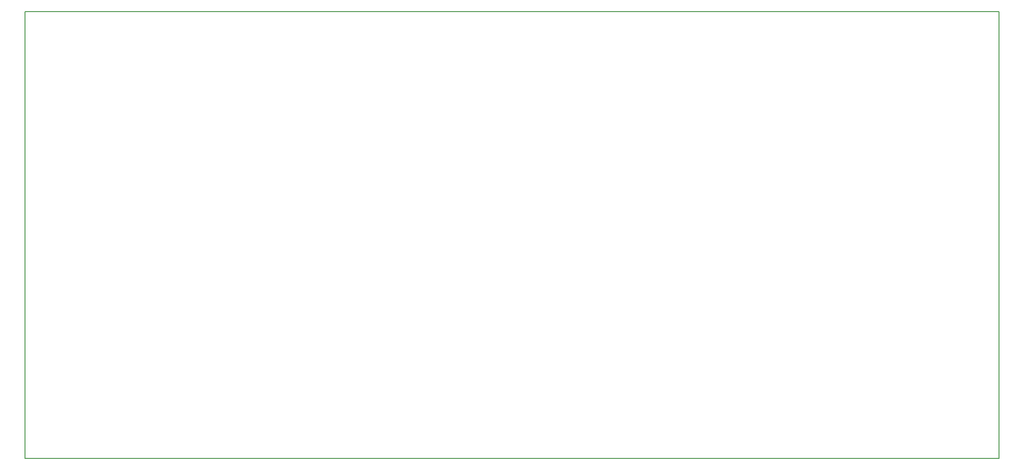
<source format=gm1>
G04 MADE WITH FRITZING*
G04 WWW.FRITZING.ORG*
G04 DOUBLE SIDED*
G04 HOLES PLATED*
G04 CONTOUR ON CENTER OF CONTOUR VECTOR*
%ASAXBY*%
%FSLAX23Y23*%
%MOIN*%
%OFA0B0*%
%SFA1.0B1.0*%
%ADD10R,7.283470X3.346460*%
%ADD11C,0.008000*%
%ADD10C,0.008*%
%LNCONTOUR*%
G90*
G70*
G54D10*
G54D11*
X4Y3342D02*
X7279Y3342D01*
X7279Y4D01*
X4Y4D01*
X4Y3342D01*
D02*
G04 End of contour*
M02*
</source>
